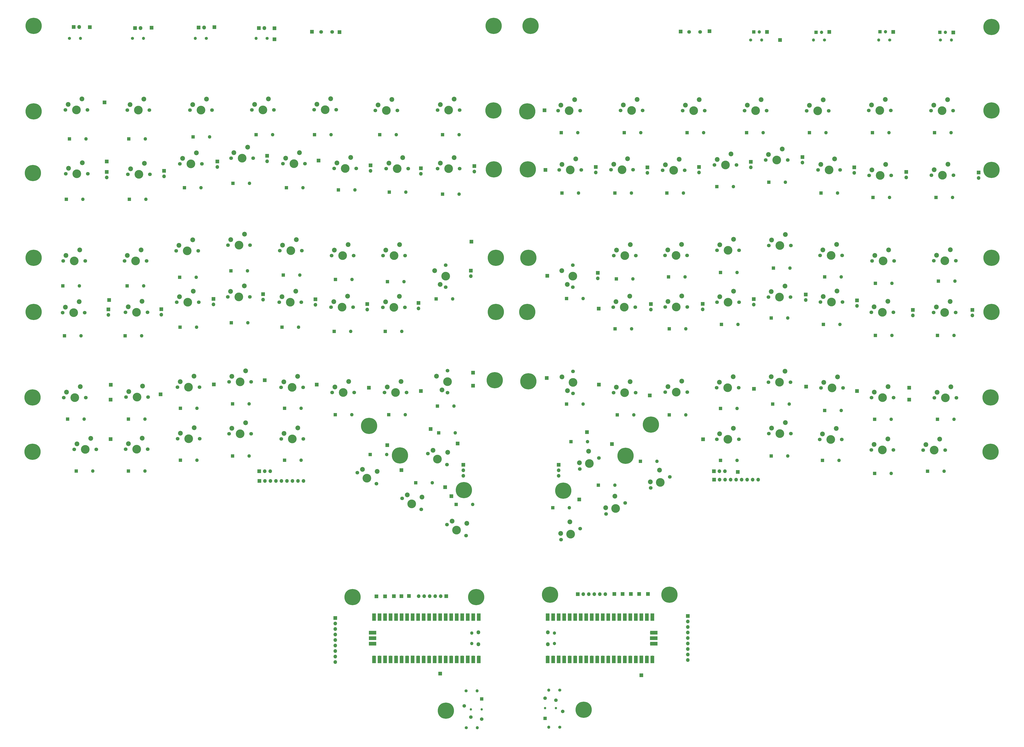
<source format=gbr>
%TF.GenerationSoftware,KiCad,Pcbnew,6.0.10-86aedd382b~118~ubuntu22.04.1*%
%TF.CreationDate,2023-01-02T10:19:25+01:00*%
%TF.ProjectId,Europe-flex,4575726f-7065-42d6-966c-65782e6b6963,rev?*%
%TF.SameCoordinates,Original*%
%TF.FileFunction,Soldermask,Bot*%
%TF.FilePolarity,Negative*%
%FSLAX46Y46*%
G04 Gerber Fmt 4.6, Leading zero omitted, Abs format (unit mm)*
G04 Created by KiCad (PCBNEW 6.0.10-86aedd382b~118~ubuntu22.04.1) date 2023-01-02 10:19:25*
%MOMM*%
%LPD*%
G01*
G04 APERTURE LIST*
%ADD10R,1.600000X1.600000*%
%ADD11O,1.600000X1.600000*%
%ADD12R,1.700000X1.700000*%
%ADD13O,1.700000X1.700000*%
%ADD14C,7.500000*%
%ADD15C,1.700000*%
%ADD16C,4.000000*%
%ADD17C,2.200000*%
%ADD18R,1.500000X1.500000*%
%ADD19O,1.500000X1.500000*%
%ADD20C,1.400000*%
%ADD21O,1.400000X1.400000*%
%ADD22R,1.800000X1.800000*%
%ADD23O,1.800000X1.800000*%
%ADD24C,1.100000*%
%ADD25R,1.650000X1.650000*%
%ADD26C,1.650000*%
%ADD27R,1.700000X3.500000*%
%ADD28R,3.500000X1.700000*%
G04 APERTURE END LIST*
D10*
%TO.C,D23*%
X432100000Y-222000000D03*
D11*
X439720000Y-222000000D03*
%TD*%
D12*
%TO.C,J83*%
X398210000Y-112590000D03*
D13*
X398210000Y-115130000D03*
%TD*%
D10*
%TO.C,D91*%
X135190000Y-252930000D03*
D11*
X142810000Y-252930000D03*
%TD*%
D12*
%TO.C,J137*%
X261000000Y-310660000D03*
%TD*%
D14*
%TO.C,H34*%
X303500000Y-47500000D03*
%TD*%
D12*
%TO.C,J112*%
X527000000Y-115190000D03*
D13*
X527000000Y-117730000D03*
%TD*%
D10*
%TO.C,D61*%
X267614000Y-258312000D03*
D11*
X275234000Y-258312000D03*
%TD*%
D14*
%TO.C,H15*%
X295500000Y-311080000D03*
%TD*%
D12*
%TO.C,J24*%
X405000000Y-253000000D03*
D13*
X407540000Y-253000000D03*
X410080000Y-253000000D03*
%TD*%
D12*
%TO.C,J39*%
X199080000Y-107460000D03*
D13*
X199080000Y-110000000D03*
%TD*%
D10*
%TO.C,D90*%
X165000000Y-98700000D03*
D11*
X172620000Y-98700000D03*
%TD*%
D14*
%TO.C,H24*%
X335580000Y-262000000D03*
%TD*%
D10*
%TO.C,D79*%
X183380000Y-120180000D03*
D11*
X191000000Y-120180000D03*
%TD*%
D15*
%TO.C,SW43*%
X340000000Y-168080000D03*
D16*
X340000000Y-163000000D03*
D15*
X340000000Y-157920000D03*
D17*
X334920000Y-160460000D03*
X337460000Y-166810000D03*
%TD*%
D16*
%TO.C,SW89*%
X139190000Y-218830000D03*
D15*
X144270000Y-218830000D03*
X134110000Y-218830000D03*
D17*
X141730000Y-213750000D03*
X135380000Y-216290000D03*
%TD*%
D16*
%TO.C,SW3*%
X511480000Y-155840000D03*
D15*
X506400000Y-155840000D03*
X516560000Y-155840000D03*
D17*
X514020000Y-150760000D03*
X507670000Y-153300000D03*
%TD*%
D12*
%TO.C,J141*%
X366736000Y-309672000D03*
%TD*%
D10*
%TO.C,D44*%
X351780000Y-259400000D03*
D11*
X359400000Y-259400000D03*
%TD*%
D10*
%TO.C,D47*%
X330780000Y-269880000D03*
D11*
X338400000Y-269880000D03*
%TD*%
D18*
%TO.C,D51*%
X509180000Y-50440000D03*
D19*
X511720000Y-50440000D03*
%TD*%
D15*
%TO.C,SW21*%
X440460000Y-148840000D03*
D16*
X435380000Y-148840000D03*
D15*
X430300000Y-148840000D03*
D17*
X437920000Y-143760000D03*
X431570000Y-146300000D03*
%TD*%
D14*
%TO.C,H9*%
X304500000Y-154500000D03*
%TD*%
D12*
%TO.C,J53*%
X245250000Y-175870000D03*
D13*
X245250000Y-178410000D03*
%TD*%
D12*
%TO.C,J4*%
X126975000Y-238145000D03*
%TD*%
D15*
%TO.C,SW28*%
X416460000Y-214440000D03*
D16*
X411380000Y-214440000D03*
D15*
X406300000Y-214440000D03*
D17*
X413920000Y-209360000D03*
X407570000Y-211900000D03*
%TD*%
D10*
%TO.C,D26*%
X408100000Y-161300000D03*
D11*
X415720000Y-161300000D03*
%TD*%
D10*
%TO.C,D95*%
X135190000Y-228930000D03*
D11*
X142810000Y-228930000D03*
%TD*%
D12*
%TO.C,J110*%
X495000000Y-214500000D03*
%TD*%
%TO.C,J45*%
X222850000Y-109650000D03*
%TD*%
D15*
%TO.C,SW80*%
X157910000Y-238030000D03*
X168070000Y-238030000D03*
D16*
X162990000Y-238030000D03*
D17*
X165530000Y-232950000D03*
X159180000Y-235490000D03*
%TD*%
D12*
%TO.C,J152*%
X389736000Y-50132000D03*
%TD*%
D10*
%TO.C,D43*%
X337100000Y-173300000D03*
D11*
X344720000Y-173300000D03*
%TD*%
D15*
%TO.C,SW5*%
X506300000Y-179740000D03*
X516460000Y-179740000D03*
D16*
X511380000Y-179740000D03*
D17*
X513920000Y-174660000D03*
X507570000Y-177200000D03*
%TD*%
D20*
%TO.C,R10*%
X137020000Y-53300000D03*
D21*
X142100000Y-53300000D03*
%TD*%
D16*
%TO.C,SW9*%
X482980000Y-155940000D03*
D15*
X488060000Y-155940000D03*
X477900000Y-155940000D03*
D17*
X485520000Y-150860000D03*
X479170000Y-153400000D03*
%TD*%
D15*
%TO.C,SW35*%
X384699405Y-255620009D03*
X375900586Y-260700009D03*
D16*
X380299995Y-258160009D03*
D17*
X379959700Y-252490600D03*
X375730439Y-257865305D03*
%TD*%
D16*
%TO.C,SW34*%
X387680000Y-216540000D03*
D15*
X382600000Y-216540000D03*
X392760000Y-216540000D03*
D17*
X390220000Y-211460000D03*
X383870000Y-214000000D03*
%TD*%
D12*
%TO.C,J102*%
X471000000Y-174144000D03*
D13*
X471000000Y-176684000D03*
%TD*%
D14*
%TO.C,H4*%
X91500000Y-154500000D03*
%TD*%
D12*
%TO.C,J32*%
X127065000Y-213095000D03*
%TD*%
D20*
%TO.C,R11*%
X290830000Y-354340000D03*
D21*
X295910000Y-354340000D03*
%TD*%
D16*
%TO.C,SW53*%
X281420000Y-162960000D03*
D15*
X281420000Y-157880000D03*
X281420000Y-168040000D03*
D17*
X276340000Y-160420000D03*
X278880000Y-166770000D03*
%TD*%
D12*
%TO.C,J76*%
X374370000Y-112810000D03*
D13*
X374370000Y-115350000D03*
%TD*%
D10*
%TO.C,D93*%
X134600000Y-167500000D03*
D11*
X142220000Y-167500000D03*
%TD*%
D15*
%TO.C,SW11*%
X477600000Y-179640000D03*
D16*
X482680000Y-179640000D03*
D15*
X487760000Y-179640000D03*
D17*
X485220000Y-174560000D03*
X478870000Y-177100000D03*
%TD*%
D12*
%TO.C,J148*%
X515366000Y-50546000D03*
%TD*%
D20*
%TO.C,R8*%
X171100000Y-53300000D03*
D21*
X166020000Y-53300000D03*
%TD*%
D10*
%TO.C,D88*%
X158790000Y-163500000D03*
D11*
X166410000Y-163500000D03*
%TD*%
D16*
%TO.C,SW7*%
X481480000Y-86540000D03*
D15*
X476400000Y-86540000D03*
X486560000Y-86540000D03*
D17*
X484020000Y-81460000D03*
X477670000Y-84000000D03*
%TD*%
D12*
%TO.C,J27*%
X327420000Y-113930000D03*
%TD*%
%TO.C,J120*%
X346500000Y-235000000D03*
%TD*%
D15*
%TO.C,SW58*%
X262680000Y-153500000D03*
X252520000Y-153500000D03*
D16*
X257600000Y-153500000D03*
D17*
X260140000Y-148420000D03*
X253790000Y-150960000D03*
%TD*%
D15*
%TO.C,SW76*%
X181120000Y-148700000D03*
D16*
X186200000Y-148700000D03*
D15*
X191280000Y-148700000D03*
D17*
X188740000Y-143620000D03*
X182390000Y-146160000D03*
%TD*%
D10*
%TO.C,D35*%
X384480000Y-227000000D03*
D11*
X392100000Y-227000000D03*
%TD*%
D12*
%TO.C,J78*%
X376010000Y-175840000D03*
D13*
X376010000Y-178380000D03*
%TD*%
D10*
%TO.C,D83*%
X183190000Y-245930000D03*
D11*
X190810000Y-245930000D03*
%TD*%
D14*
%TO.C,H23*%
X376000000Y-231500000D03*
%TD*%
D12*
%TO.C,J47*%
X221410000Y-173680000D03*
D13*
X221410000Y-176220000D03*
%TD*%
D10*
%TO.C,D66*%
X280000000Y-97700000D03*
D11*
X287620000Y-97700000D03*
%TD*%
D14*
%TO.C,H27*%
X533000000Y-86500000D03*
%TD*%
D16*
%TO.C,SW20*%
X433980000Y-109400000D03*
D15*
X428900000Y-109400000D03*
X439060000Y-109400000D03*
D17*
X436520000Y-104320000D03*
X430170000Y-106860000D03*
%TD*%
D14*
%TO.C,H19*%
X289800000Y-261700000D03*
%TD*%
D10*
%TO.C,D81*%
X182600000Y-184500000D03*
D11*
X190220000Y-184500000D03*
%TD*%
D15*
%TO.C,SW29*%
X416660000Y-175040000D03*
D16*
X411580000Y-175040000D03*
D15*
X406500000Y-175040000D03*
D17*
X414120000Y-169960000D03*
X407770000Y-172500000D03*
%TD*%
D16*
%TO.C,SW17*%
X459180000Y-174940000D03*
D15*
X464260000Y-174940000D03*
X454100000Y-174940000D03*
D17*
X461720000Y-169860000D03*
X455370000Y-172400000D03*
%TD*%
D10*
%TO.C,D86*%
X159190000Y-247930000D03*
D11*
X166810000Y-247930000D03*
%TD*%
D12*
%TO.C,J6*%
X195578000Y-257463000D03*
D13*
X198118000Y-257463000D03*
X200658000Y-257463000D03*
X203198000Y-257463000D03*
X205738000Y-257463000D03*
X208278000Y-257463000D03*
X210818000Y-257463000D03*
X213358000Y-257463000D03*
X215898000Y-257463000D03*
%TD*%
D15*
%TO.C,SW74*%
X191770000Y-235730000D03*
X181610000Y-235730000D03*
D16*
X186690000Y-235730000D03*
D17*
X189230000Y-230650000D03*
X182880000Y-233190000D03*
%TD*%
D15*
%TO.C,SW66*%
X259180000Y-86500000D03*
D16*
X254100000Y-86500000D03*
D15*
X249020000Y-86500000D03*
D17*
X256640000Y-81420000D03*
X250290000Y-83960000D03*
%TD*%
D12*
%TO.C,J63*%
X293000000Y-160420000D03*
D13*
X293000000Y-162960000D03*
%TD*%
D10*
%TO.C,D40*%
X360100000Y-164300000D03*
D11*
X367720000Y-164300000D03*
%TD*%
D15*
%TO.C,SW85*%
X133820000Y-179700000D03*
D16*
X138900000Y-179700000D03*
D15*
X143980000Y-179700000D03*
D17*
X141440000Y-174620000D03*
X135090000Y-177160000D03*
%TD*%
D14*
%TO.C,H16*%
X304500000Y-179500000D03*
%TD*%
D10*
%TO.C,D62*%
X254600000Y-165500000D03*
D11*
X262220000Y-165500000D03*
%TD*%
D12*
%TO.C,J70*%
X352000000Y-213000000D03*
%TD*%
D16*
%TO.C,SW15*%
X459080000Y-153440000D03*
D15*
X454000000Y-153440000D03*
X464160000Y-153440000D03*
D17*
X461620000Y-148360000D03*
X455270000Y-150900000D03*
%TD*%
D10*
%TO.C,D92*%
X135600000Y-127500000D03*
D11*
X143220000Y-127500000D03*
%TD*%
D10*
%TO.C,D82*%
X183190000Y-221930000D03*
D11*
X190810000Y-221930000D03*
%TD*%
D12*
%TO.C,J133*%
X202538000Y-53688000D03*
%TD*%
%TO.C,J142*%
X458216000Y-50292000D03*
%TD*%
D20*
%TO.C,R1*%
X421920000Y-54000000D03*
D21*
X427000000Y-54000000D03*
%TD*%
D15*
%TO.C,SW6*%
X511660000Y-243240000D03*
D16*
X506580000Y-243240000D03*
D15*
X501500000Y-243240000D03*
D17*
X509120000Y-238160000D03*
X502770000Y-240700000D03*
%TD*%
D10*
%TO.C,D56*%
X286234000Y-268312000D03*
D11*
X293854000Y-268312000D03*
%TD*%
D12*
%TO.C,J98*%
X471000000Y-216000000D03*
%TD*%
D10*
%TO.C,D73*%
X208000000Y-122180000D03*
D11*
X215620000Y-122180000D03*
%TD*%
D16*
%TO.C,SW27*%
X411580000Y-151040000D03*
D15*
X406500000Y-151040000D03*
X416660000Y-151040000D03*
D17*
X414120000Y-145960000D03*
X407770000Y-148500000D03*
%TD*%
D10*
%TO.C,D42*%
X335000000Y-124660000D03*
D11*
X342620000Y-124660000D03*
%TD*%
D15*
%TO.C,SW88*%
X143580000Y-156000000D03*
D16*
X138500000Y-156000000D03*
D15*
X133420000Y-156000000D03*
D17*
X141040000Y-150920000D03*
X134690000Y-153460000D03*
%TD*%
D16*
%TO.C,SW62*%
X235100000Y-113280000D03*
D15*
X240180000Y-113280000D03*
X230020000Y-113280000D03*
D17*
X237640000Y-108200000D03*
X231290000Y-110740000D03*
%TD*%
D14*
%TO.C,H18*%
X91000000Y-244000000D03*
%TD*%
D12*
%TO.C,J119*%
X286913700Y-240222600D03*
%TD*%
D15*
%TO.C,SW87*%
X134920000Y-115980000D03*
X145080000Y-115980000D03*
D16*
X140000000Y-115980000D03*
D17*
X142540000Y-110900000D03*
X136190000Y-113440000D03*
%TD*%
D12*
%TO.C,J14*%
X289500000Y-250000000D03*
D13*
X289500000Y-252540000D03*
X289500000Y-255080000D03*
%TD*%
D12*
%TO.C,J108*%
X496710000Y-178550000D03*
D13*
X496710000Y-181090000D03*
%TD*%
D14*
%TO.C,H25*%
X533000000Y-154500000D03*
%TD*%
D12*
%TO.C,J139*%
X370546000Y-309672000D03*
%TD*%
D14*
%TO.C,H10*%
X260300000Y-245700000D03*
%TD*%
D12*
%TO.C,J146*%
X487680000Y-50292000D03*
%TD*%
%TO.C,J35*%
X293260000Y-147110000D03*
%TD*%
D10*
%TO.C,D98*%
X105690000Y-190500000D03*
D11*
X113310000Y-190500000D03*
%TD*%
D14*
%TO.C,H17*%
X246100000Y-232100000D03*
%TD*%
D15*
%TO.C,SW4*%
X506600000Y-219140000D03*
X516760000Y-219140000D03*
D16*
X511680000Y-219140000D03*
D17*
X514220000Y-214060000D03*
X507870000Y-216600000D03*
%TD*%
D16*
%TO.C,SW93*%
X111400000Y-115780000D03*
D15*
X106320000Y-115780000D03*
X116480000Y-115780000D03*
D17*
X113940000Y-110700000D03*
X107590000Y-113240000D03*
%TD*%
D10*
%TO.C,D10*%
X479480000Y-190300000D03*
D11*
X487100000Y-190300000D03*
%TD*%
D16*
%TO.C,SW90*%
X139800000Y-86400000D03*
D15*
X134720000Y-86400000D03*
X144880000Y-86400000D03*
D17*
X142340000Y-81320000D03*
X135990000Y-83860000D03*
%TD*%
D10*
%TO.C,D70*%
X229980000Y-188500000D03*
D11*
X237600000Y-188500000D03*
%TD*%
D10*
%TO.C,D39*%
X360480000Y-227000000D03*
D11*
X368100000Y-227000000D03*
%TD*%
D15*
%TO.C,SW39*%
X358900000Y-153540000D03*
X369060000Y-153540000D03*
D16*
X363980000Y-153540000D03*
D17*
X366520000Y-148460000D03*
X360170000Y-151000000D03*
%TD*%
D10*
%TO.C,D69*%
X230600000Y-164500000D03*
D11*
X238220000Y-164500000D03*
%TD*%
D10*
%TO.C,D100*%
X106600000Y-127500000D03*
D11*
X114220000Y-127500000D03*
%TD*%
D14*
%TO.C,H37*%
X319500000Y-154500000D03*
%TD*%
D12*
%TO.C,J30*%
X328000000Y-210000000D03*
%TD*%
%TO.C,J85*%
X399850000Y-175740000D03*
D13*
X399850000Y-178280000D03*
%TD*%
D10*
%TO.C,D99*%
X107190000Y-228930000D03*
D11*
X114810000Y-228930000D03*
%TD*%
D14*
%TO.C,H1*%
X91500000Y-87000000D03*
%TD*%
D12*
%TO.C,J92*%
X447500000Y-214000000D03*
%TD*%
%TO.C,J43*%
X174600000Y-212920000D03*
%TD*%
D20*
%TO.C,R4*%
X486080000Y-54000000D03*
D21*
X481000000Y-54000000D03*
%TD*%
D12*
%TO.C,J37*%
X333500000Y-250000000D03*
D13*
X333500000Y-252540000D03*
X333500000Y-255080000D03*
%TD*%
D12*
%TO.C,J130*%
X117448000Y-48100000D03*
%TD*%
D10*
%TO.C,D80*%
X182410000Y-160500000D03*
D11*
X190030000Y-160500000D03*
%TD*%
D15*
%TO.C,SW31*%
X362000000Y-86540000D03*
X372160000Y-86540000D03*
D16*
X367080000Y-86540000D03*
D17*
X369620000Y-81460000D03*
X363270000Y-84000000D03*
%TD*%
D10*
%TO.C,D2*%
X507380000Y-126660000D03*
D11*
X515000000Y-126660000D03*
%TD*%
D15*
%TO.C,SW81*%
X169080000Y-111180000D03*
X158920000Y-111180000D03*
D16*
X164000000Y-111180000D03*
D17*
X166540000Y-106100000D03*
X160190000Y-108640000D03*
%TD*%
D12*
%TO.C,J147*%
X359116000Y-309672000D03*
%TD*%
D14*
%TO.C,H12*%
X303400000Y-86500000D03*
%TD*%
%TO.C,H5*%
X329500000Y-310000000D03*
%TD*%
D12*
%TO.C,J114*%
X524180000Y-178600000D03*
D13*
X524180000Y-181140000D03*
%TD*%
D10*
%TO.C,D41*%
X359480000Y-187300000D03*
D11*
X367100000Y-187300000D03*
%TD*%
D12*
%TO.C,J22*%
X195500000Y-253000000D03*
D13*
X198040000Y-253000000D03*
X200580000Y-253000000D03*
%TD*%
D10*
%TO.C,D34*%
X384480000Y-187300000D03*
D11*
X392100000Y-187300000D03*
%TD*%
D10*
%TO.C,D24*%
X431480000Y-246000000D03*
D11*
X439100000Y-246000000D03*
%TD*%
D16*
%TO.C,SW54*%
X282230000Y-211650000D03*
D15*
X282230000Y-206570000D03*
X282230000Y-216730000D03*
D17*
X277150000Y-209110000D03*
X279690000Y-215460000D03*
%TD*%
D12*
%TO.C,J20*%
X284000000Y-264500000D03*
%TD*%
D10*
%TO.C,D58*%
X277570000Y-222930000D03*
D11*
X285190000Y-222930000D03*
%TD*%
D10*
%TO.C,D16*%
X456100000Y-225000000D03*
D11*
X463720000Y-225000000D03*
%TD*%
D14*
%TO.C,H32*%
X533000000Y-114000000D03*
%TD*%
%TO.C,H30*%
X364280000Y-245900000D03*
%TD*%
D15*
%TO.C,SW19*%
X429300000Y-86660000D03*
X419140000Y-86660000D03*
D16*
X424220000Y-86660000D03*
D17*
X426760000Y-81580000D03*
X420410000Y-84120000D03*
%TD*%
D10*
%TO.C,D27*%
X406380000Y-121660000D03*
D11*
X414000000Y-121660000D03*
%TD*%
D20*
%TO.C,R12*%
X108020000Y-53300000D03*
D21*
X113100000Y-53300000D03*
%TD*%
D12*
%TO.C,J134*%
X278866000Y-346372000D03*
%TD*%
%TO.C,J31*%
X400000000Y-238240000D03*
%TD*%
D15*
%TO.C,SW47*%
X334600586Y-284540009D03*
D16*
X338999995Y-282000009D03*
D15*
X343399405Y-279460009D03*
D17*
X338659700Y-276330600D03*
X334430439Y-281705305D03*
%TD*%
D12*
%TO.C,J3*%
X281630000Y-310660000D03*
D13*
X279090000Y-310660000D03*
X276550000Y-310660000D03*
X274010000Y-310660000D03*
X271470000Y-310660000D03*
X268930000Y-310660000D03*
%TD*%
D12*
%TO.C,J25*%
X174370000Y-173450000D03*
D13*
X174370000Y-175990000D03*
%TD*%
D18*
%TO.C,D49*%
X452064700Y-50440000D03*
D19*
X454604700Y-50440000D03*
%TD*%
D12*
%TO.C,J144*%
X371562000Y-347106000D03*
%TD*%
D16*
%TO.C,SW18*%
X458880000Y-238340000D03*
D15*
X453800000Y-238340000D03*
X463960000Y-238340000D03*
D17*
X461420000Y-233260000D03*
X455070000Y-235800000D03*
%TD*%
D10*
%TO.C,D14*%
X454380000Y-124660000D03*
D11*
X462000000Y-124660000D03*
%TD*%
D12*
%TO.C,J65*%
X246000000Y-214500000D03*
%TD*%
%TO.C,J19*%
X150310000Y-178270000D03*
D13*
X150310000Y-180810000D03*
%TD*%
D15*
%TO.C,SW96*%
X116280000Y-86300000D03*
D16*
X111200000Y-86300000D03*
D15*
X106120000Y-86300000D03*
D17*
X113740000Y-81220000D03*
X107390000Y-83760000D03*
%TD*%
D16*
%TO.C,SW67*%
X209800000Y-175000000D03*
D15*
X204720000Y-175000000D03*
X214880000Y-175000000D03*
D17*
X212340000Y-169920000D03*
X205990000Y-172460000D03*
%TD*%
D15*
%TO.C,SW41*%
X358600000Y-177340000D03*
D16*
X363680000Y-177340000D03*
D15*
X368760000Y-177340000D03*
D17*
X366220000Y-172260000D03*
X359870000Y-174800000D03*
%TD*%
D14*
%TO.C,H21*%
X319000000Y-87000000D03*
%TD*%
%TO.C,H28*%
X533000000Y-179500000D03*
%TD*%
D10*
%TO.C,D4*%
X508100000Y-190300000D03*
D11*
X515720000Y-190300000D03*
%TD*%
D15*
%TO.C,SW46*%
X343200586Y-251969409D03*
X351999405Y-246889409D03*
D16*
X347599995Y-249429409D03*
D17*
X347259700Y-243760000D03*
X343030439Y-249134705D03*
%TD*%
D12*
%TO.C,J151*%
X374610000Y-309672000D03*
%TD*%
%TO.C,J143*%
X435500000Y-54000000D03*
%TD*%
D16*
%TO.C,SW16*%
X459480000Y-214540000D03*
D15*
X464560000Y-214540000D03*
X454400000Y-214540000D03*
D17*
X462020000Y-209460000D03*
X455670000Y-212000000D03*
%TD*%
D14*
%TO.C,H36*%
X533000000Y-48000000D03*
%TD*%
D10*
%TO.C,D63*%
X253600000Y-188500000D03*
D11*
X261220000Y-188500000D03*
%TD*%
D10*
%TO.C,D33*%
X384100000Y-163300000D03*
D11*
X391720000Y-163300000D03*
%TD*%
D12*
%TO.C,J145*%
X362926000Y-309672000D03*
%TD*%
D15*
%TO.C,SW22*%
X430160000Y-211960000D03*
X440320000Y-211960000D03*
D16*
X435240000Y-211960000D03*
D17*
X437780000Y-206880000D03*
X431430000Y-209420000D03*
%TD*%
D12*
%TO.C,J10*%
X342320000Y-309720000D03*
D13*
X344860000Y-309720000D03*
X347400000Y-309720000D03*
X349940000Y-309720000D03*
X352480000Y-309720000D03*
X355020000Y-309720000D03*
%TD*%
D16*
%TO.C,SW26*%
X410380000Y-111700000D03*
D15*
X405300000Y-111700000D03*
X415460000Y-111700000D03*
D17*
X412920000Y-106620000D03*
X406570000Y-109160000D03*
%TD*%
D10*
%TO.C,D25*%
X392700000Y-96800000D03*
D11*
X400320000Y-96800000D03*
%TD*%
D22*
%TO.C,D54*%
X138200000Y-48500000D03*
D23*
X140740000Y-48500000D03*
%TD*%
D15*
%TO.C,SW12*%
X477600000Y-243140000D03*
D16*
X482680000Y-243140000D03*
D15*
X487760000Y-243140000D03*
D17*
X485220000Y-238060000D03*
X478870000Y-240600000D03*
%TD*%
D12*
%TO.C,J128*%
X416010000Y-253350000D03*
%TD*%
D15*
%TO.C,SW84*%
X163520000Y-86400000D03*
X173680000Y-86400000D03*
D16*
X168600000Y-86400000D03*
D17*
X171140000Y-81320000D03*
X164790000Y-83860000D03*
%TD*%
D12*
%TO.C,J131*%
X253500000Y-310740000D03*
%TD*%
D10*
%TO.C,D5*%
X508100000Y-229000000D03*
D11*
X515720000Y-229000000D03*
%TD*%
D10*
%TO.C,D78*%
X221000000Y-97700000D03*
D11*
X228620000Y-97700000D03*
%TD*%
D10*
%TO.C,D96*%
X135380000Y-99700000D03*
D11*
X143000000Y-99700000D03*
%TD*%
D15*
%TO.C,SW60*%
X277720000Y-86400000D03*
D16*
X282800000Y-86400000D03*
D15*
X287880000Y-86400000D03*
D17*
X285340000Y-81320000D03*
X278990000Y-83860000D03*
%TD*%
D12*
%TO.C,J60*%
X268856000Y-175360000D03*
D13*
X268856000Y-177900000D03*
%TD*%
D14*
%TO.C,H38*%
X319500000Y-211500000D03*
%TD*%
D15*
%TO.C,SW56*%
X262580000Y-177400000D03*
D16*
X257500000Y-177400000D03*
D15*
X252420000Y-177400000D03*
D17*
X260040000Y-172320000D03*
X253690000Y-174860000D03*
%TD*%
D20*
%TO.C,R6*%
X509460000Y-54000000D03*
D21*
X514540000Y-54000000D03*
%TD*%
D10*
%TO.C,D65*%
X255190000Y-226930000D03*
D11*
X262810000Y-226930000D03*
%TD*%
D12*
%TO.C,J8*%
X393000000Y-319800000D03*
D13*
X393000000Y-322340000D03*
X393000000Y-324880000D03*
X393000000Y-327420000D03*
X393000000Y-329960000D03*
X393000000Y-332500000D03*
X393000000Y-335040000D03*
X393000000Y-337580000D03*
X393000000Y-340120000D03*
%TD*%
D12*
%TO.C,J86*%
X423500000Y-215000000D03*
%TD*%
%TO.C,J150*%
X232510000Y-50386000D03*
%TD*%
D10*
%TO.C,D77*%
X206600000Y-162500000D03*
D11*
X214220000Y-162500000D03*
%TD*%
D12*
%TO.C,J117*%
X281130000Y-260386000D03*
%TD*%
D15*
%TO.C,SW36*%
X382600000Y-177240000D03*
D16*
X387680000Y-177240000D03*
D15*
X392760000Y-177240000D03*
D17*
X390220000Y-172160000D03*
X383870000Y-174700000D03*
%TD*%
D20*
%TO.C,R3*%
X334000000Y-371080000D03*
D21*
X328920000Y-371080000D03*
%TD*%
D12*
%TO.C,J41*%
X197250000Y-171310000D03*
D13*
X197250000Y-173850000D03*
%TD*%
D14*
%TO.C,H13*%
X281500000Y-363500000D03*
%TD*%
D12*
%TO.C,J149*%
X264500000Y-310558000D03*
%TD*%
D10*
%TO.C,D3*%
X508480000Y-165300000D03*
D11*
X516100000Y-165300000D03*
%TD*%
D14*
%TO.C,H8*%
X91000000Y-219000000D03*
%TD*%
D10*
%TO.C,D72*%
X251000000Y-97700000D03*
D11*
X258620000Y-97700000D03*
%TD*%
D10*
%TO.C,D18*%
X455100000Y-248000000D03*
D11*
X462720000Y-248000000D03*
%TD*%
D10*
%TO.C,D28*%
X408480000Y-185300000D03*
D11*
X416100000Y-185300000D03*
%TD*%
D12*
%TO.C,J118*%
X294000000Y-207554000D03*
%TD*%
D10*
%TO.C,D71*%
X230570000Y-226930000D03*
D11*
X238190000Y-226930000D03*
%TD*%
D12*
%TO.C,J74*%
X375500000Y-218000000D03*
%TD*%
D14*
%TO.C,H22*%
X319000000Y-179500000D03*
%TD*%
D12*
%TO.C,J29*%
X351920000Y-177950000D03*
%TD*%
D14*
%TO.C,H2*%
X91500000Y-179500000D03*
%TD*%
D15*
%TO.C,SW1*%
X515260000Y-86640000D03*
D16*
X510180000Y-86640000D03*
D15*
X505100000Y-86640000D03*
D17*
X512720000Y-81560000D03*
X506370000Y-84100000D03*
%TD*%
D10*
%TO.C,D8*%
X478380000Y-126660000D03*
D11*
X486000000Y-126660000D03*
%TD*%
D16*
%TO.C,SW73*%
X186100000Y-172600000D03*
D15*
X191180000Y-172600000D03*
X181020000Y-172600000D03*
D17*
X188640000Y-167520000D03*
X182290000Y-170060000D03*
%TD*%
D10*
%TO.C,D1*%
X506700000Y-96800000D03*
D11*
X514320000Y-96800000D03*
%TD*%
D10*
%TO.C,D22*%
X431480000Y-182300000D03*
D11*
X439100000Y-182300000D03*
%TD*%
D14*
%TO.C,H31*%
X532500000Y-219000000D03*
%TD*%
D10*
%TO.C,D46*%
X339160000Y-239400000D03*
D11*
X346780000Y-239400000D03*
%TD*%
D18*
%TO.C,D48*%
X423364700Y-50340000D03*
D19*
X425904700Y-50340000D03*
%TD*%
D15*
%TO.C,SW51*%
X281973405Y-249972009D03*
D16*
X277573995Y-247432009D03*
D15*
X273174586Y-244892009D03*
D17*
X282313700Y-244302600D03*
X275544439Y-243327305D03*
%TD*%
D12*
%TO.C,J21*%
X150000000Y-217500000D03*
%TD*%
D16*
%TO.C,SW71*%
X210590000Y-214330000D03*
D15*
X205510000Y-214330000D03*
X215670000Y-214330000D03*
D17*
X213130000Y-209250000D03*
X206780000Y-211790000D03*
%TD*%
D15*
%TO.C,SW91*%
X115080000Y-179800000D03*
X104920000Y-179800000D03*
D16*
X110000000Y-179800000D03*
D17*
X112540000Y-174720000D03*
X106190000Y-177260000D03*
%TD*%
D16*
%TO.C,SW69*%
X211500000Y-111080000D03*
D15*
X206420000Y-111080000D03*
X216580000Y-111080000D03*
D17*
X214040000Y-106000000D03*
X207690000Y-108540000D03*
%TD*%
D15*
%TO.C,SW86*%
X133910000Y-242830000D03*
D16*
X138990000Y-242830000D03*
D15*
X144070000Y-242830000D03*
D17*
X141530000Y-237750000D03*
X135180000Y-240290000D03*
%TD*%
D14*
%TO.C,H7*%
X384500000Y-310000000D03*
%TD*%
D12*
%TO.C,J116*%
X274500000Y-233500000D03*
%TD*%
%TO.C,J58*%
X270020000Y-113220000D03*
D13*
X270020000Y-115760000D03*
%TD*%
D10*
%TO.C,D11*%
X479100000Y-229000000D03*
D11*
X486720000Y-229000000D03*
%TD*%
D10*
%TO.C,D89*%
X159190000Y-223930000D03*
D11*
X166810000Y-223930000D03*
%TD*%
D15*
%TO.C,SW32*%
X381400000Y-114100000D03*
D16*
X386480000Y-114100000D03*
D15*
X391560000Y-114100000D03*
D17*
X389020000Y-109020000D03*
X382670000Y-111560000D03*
%TD*%
D22*
%TO.C,D55*%
X110000000Y-48000000D03*
D23*
X112540000Y-48000000D03*
%TD*%
D20*
%TO.C,R2*%
X456000000Y-54000000D03*
D21*
X450920000Y-54000000D03*
%TD*%
D10*
%TO.C,D67*%
X246614000Y-245312000D03*
D11*
X254234000Y-245312000D03*
%TD*%
D20*
%TO.C,R7*%
X199100000Y-53300000D03*
D21*
X194020000Y-53300000D03*
%TD*%
D14*
%TO.C,H29*%
X532500000Y-244000000D03*
%TD*%
D10*
%TO.C,D21*%
X432480000Y-159300000D03*
D11*
X440100000Y-159300000D03*
%TD*%
D12*
%TO.C,J122*%
X219800000Y-50200000D03*
%TD*%
D20*
%TO.C,R9*%
X290910000Y-371340000D03*
D21*
X295990000Y-371340000D03*
%TD*%
D16*
%TO.C,SW2*%
X510380000Y-116400000D03*
D15*
X505300000Y-116400000D03*
X515460000Y-116400000D03*
D17*
X512920000Y-111320000D03*
X506570000Y-113860000D03*
%TD*%
D14*
%TO.C,H11*%
X91200000Y-115400000D03*
%TD*%
D12*
%TO.C,J72*%
X351550000Y-161480000D03*
D13*
X351550000Y-164020000D03*
%TD*%
D12*
%TO.C,J96*%
X447340000Y-171420000D03*
D13*
X447340000Y-173960000D03*
%TD*%
D15*
%TO.C,SW10*%
X477700000Y-219040000D03*
X487860000Y-219040000D03*
D16*
X482780000Y-219040000D03*
D17*
X485320000Y-213960000D03*
X478970000Y-216500000D03*
%TD*%
D10*
%TO.C,D97*%
X111190000Y-252930000D03*
D11*
X118810000Y-252930000D03*
%TD*%
D12*
%TO.C,J17*%
X151610000Y-114420000D03*
D13*
X151610000Y-116960000D03*
%TD*%
D15*
%TO.C,SW77*%
X181610000Y-211730000D03*
D16*
X186690000Y-211730000D03*
D15*
X191770000Y-211730000D03*
D17*
X189230000Y-206650000D03*
X182880000Y-209190000D03*
%TD*%
D15*
%TO.C,SW95*%
X115570000Y-219030000D03*
X105410000Y-219030000D03*
D16*
X110490000Y-219030000D03*
D17*
X113030000Y-213950000D03*
X106680000Y-216490000D03*
%TD*%
D12*
%TO.C,J106*%
X493670000Y-114900000D03*
D13*
X493670000Y-117440000D03*
%TD*%
D20*
%TO.C,R5*%
X333960000Y-354000000D03*
D21*
X328880000Y-354000000D03*
%TD*%
D12*
%TO.C,J36*%
X125240000Y-110060000D03*
%TD*%
D15*
%TO.C,SW45*%
X364099405Y-267620009D03*
D16*
X359699995Y-270160009D03*
D15*
X355300586Y-272700009D03*
D17*
X359359700Y-264490600D03*
X355130439Y-269865305D03*
%TD*%
D15*
%TO.C,SW30*%
X406400000Y-238240000D03*
X416560000Y-238240000D03*
D16*
X411480000Y-238240000D03*
D17*
X414020000Y-233160000D03*
X407670000Y-235700000D03*
%TD*%
D15*
%TO.C,SW55*%
X270173405Y-270572009D03*
X261374586Y-265492009D03*
D16*
X265773995Y-268032009D03*
D17*
X270513700Y-264902600D03*
X263744439Y-263927305D03*
%TD*%
D10*
%TO.C,D75*%
X207190000Y-223930000D03*
D11*
X214810000Y-223930000D03*
%TD*%
D12*
%TO.C,J49*%
X198000000Y-211000000D03*
%TD*%
%TO.C,J55*%
X222000000Y-213000000D03*
%TD*%
D16*
%TO.C,SW78*%
X197200000Y-86300000D03*
D15*
X202280000Y-86300000D03*
X192120000Y-86300000D03*
D17*
X199740000Y-81220000D03*
X193390000Y-83760000D03*
%TD*%
D12*
%TO.C,J7*%
X405110000Y-256920000D03*
D13*
X407650000Y-256920000D03*
X410190000Y-256920000D03*
X412730000Y-256920000D03*
X415270000Y-256920000D03*
X417810000Y-256920000D03*
X420350000Y-256920000D03*
X422890000Y-256920000D03*
X425430000Y-256920000D03*
%TD*%
D15*
%TO.C,SW70*%
X204920000Y-151200000D03*
D16*
X210000000Y-151200000D03*
D15*
X215080000Y-151200000D03*
D17*
X212540000Y-146120000D03*
X206190000Y-148660000D03*
%TD*%
D12*
%TO.C,J104*%
X495000000Y-220000000D03*
%TD*%
D15*
%TO.C,SW94*%
X115280000Y-156000000D03*
X105120000Y-156000000D03*
D16*
X110200000Y-156000000D03*
D17*
X112740000Y-150920000D03*
X106390000Y-153460000D03*
%TD*%
D15*
%TO.C,SW79*%
X167580000Y-175000000D03*
D16*
X162500000Y-175000000D03*
D15*
X157420000Y-175000000D03*
D17*
X165040000Y-169920000D03*
X158690000Y-172460000D03*
%TD*%
D15*
%TO.C,SW72*%
X230980000Y-86200000D03*
X220820000Y-86200000D03*
D16*
X225900000Y-86200000D03*
D17*
X228440000Y-81120000D03*
X222090000Y-83660000D03*
%TD*%
D12*
%TO.C,J18*%
X261000000Y-252500000D03*
%TD*%
D10*
%TO.C,D19*%
X420080000Y-96800000D03*
D11*
X427700000Y-96800000D03*
%TD*%
D12*
%TO.C,J138*%
X202538000Y-48608000D03*
%TD*%
D10*
%TO.C,D74*%
X205980000Y-186500000D03*
D11*
X213600000Y-186500000D03*
%TD*%
D15*
%TO.C,SW13*%
X447800000Y-86740000D03*
D16*
X452880000Y-86740000D03*
D15*
X457960000Y-86740000D03*
D17*
X455420000Y-81660000D03*
X449070000Y-84200000D03*
%TD*%
D12*
%TO.C,J12*%
X270000000Y-216000000D03*
%TD*%
D10*
%TO.C,D36*%
X371160000Y-248400000D03*
D11*
X378780000Y-248400000D03*
%TD*%
D10*
%TO.C,D59*%
X276980000Y-173500000D03*
D11*
X284600000Y-173500000D03*
%TD*%
D12*
%TO.C,J140*%
X429514000Y-50292000D03*
%TD*%
%TO.C,J62*%
X294600000Y-112180000D03*
D13*
X294600000Y-114720000D03*
%TD*%
D14*
%TO.C,H14*%
X238500000Y-311080000D03*
%TD*%
D15*
%TO.C,SW8*%
X476600000Y-116500000D03*
D16*
X481680000Y-116500000D03*
D15*
X486760000Y-116500000D03*
D17*
X484220000Y-111420000D03*
X477870000Y-113960000D03*
%TD*%
D10*
%TO.C,D32*%
X383380000Y-124660000D03*
D11*
X391000000Y-124660000D03*
%TD*%
D14*
%TO.C,H6*%
X345000000Y-363080000D03*
%TD*%
D12*
%TO.C,J153*%
X403000000Y-50000000D03*
%TD*%
D10*
%TO.C,D9*%
X479480000Y-166300000D03*
D11*
X487100000Y-166300000D03*
%TD*%
D15*
%TO.C,SW33*%
X382500000Y-153440000D03*
X392660000Y-153440000D03*
D16*
X387580000Y-153440000D03*
D17*
X390120000Y-148360000D03*
X383770000Y-150900000D03*
%TD*%
D12*
%TO.C,J16*%
X294000000Y-213500000D03*
%TD*%
%TO.C,J5*%
X230500000Y-320760000D03*
D13*
X230500000Y-323300000D03*
X230500000Y-325840000D03*
X230500000Y-328380000D03*
X230500000Y-330920000D03*
X230500000Y-333460000D03*
X230500000Y-336000000D03*
X230500000Y-338540000D03*
X230500000Y-341080000D03*
%TD*%
D10*
%TO.C,D101*%
X104980000Y-167500000D03*
D11*
X112600000Y-167500000D03*
%TD*%
D10*
%TO.C,D76*%
X207190000Y-247930000D03*
D11*
X214810000Y-247930000D03*
%TD*%
D12*
%TO.C,J33*%
X124180000Y-82780000D03*
%TD*%
%TO.C,J9*%
X254500000Y-241000000D03*
%TD*%
D10*
%TO.C,D84*%
X194000000Y-97700000D03*
D11*
X201620000Y-97700000D03*
%TD*%
D15*
%TO.C,SW68*%
X205610000Y-238130000D03*
X215770000Y-238130000D03*
D16*
X210690000Y-238130000D03*
D17*
X213230000Y-233050000D03*
X206880000Y-235590000D03*
%TD*%
D12*
%TO.C,J88*%
X422040000Y-110250000D03*
D13*
X422040000Y-112790000D03*
%TD*%
D12*
%TO.C,J51*%
X246800000Y-111860000D03*
D13*
X246800000Y-114400000D03*
%TD*%
D14*
%TO.C,H33*%
X91500000Y-47500000D03*
%TD*%
D10*
%TO.C,D37*%
X334700000Y-96800000D03*
D11*
X342320000Y-96800000D03*
%TD*%
D10*
%TO.C,D38*%
X359380000Y-124660000D03*
D11*
X367000000Y-124660000D03*
%TD*%
D14*
%TO.C,H3*%
X304000000Y-211000000D03*
%TD*%
D22*
%TO.C,D52*%
X195300000Y-48500000D03*
D23*
X197840000Y-48500000D03*
%TD*%
D12*
%TO.C,J23*%
X176170000Y-110080000D03*
D13*
X176170000Y-112620000D03*
%TD*%
D15*
%TO.C,SW37*%
X343360000Y-86640000D03*
X333200000Y-86640000D03*
D16*
X338280000Y-86640000D03*
D17*
X340820000Y-81560000D03*
X334470000Y-84100000D03*
%TD*%
D12*
%TO.C,J13*%
X126000000Y-178310000D03*
D13*
X126000000Y-180850000D03*
%TD*%
D10*
%TO.C,D60*%
X280000000Y-125180000D03*
D11*
X287620000Y-125180000D03*
%TD*%
D10*
%TO.C,D31*%
X363700000Y-96800000D03*
D11*
X371320000Y-96800000D03*
%TD*%
D12*
%TO.C,J68*%
X343000000Y-266000000D03*
%TD*%
D16*
%TO.C,SW25*%
X395680000Y-86640000D03*
D15*
X390600000Y-86640000D03*
X400760000Y-86640000D03*
D17*
X398220000Y-81560000D03*
X391870000Y-84100000D03*
%TD*%
D10*
%TO.C,D85*%
X158980000Y-186500000D03*
D11*
X166600000Y-186500000D03*
%TD*%
D12*
%TO.C,J11*%
X125190000Y-114880000D03*
D13*
X125190000Y-117420000D03*
%TD*%
D12*
%TO.C,J34*%
X126330000Y-174000000D03*
%TD*%
%TO.C,J132*%
X145896000Y-48354000D03*
%TD*%
%TO.C,J94*%
X445870000Y-108070000D03*
D13*
X445870000Y-110610000D03*
%TD*%
D12*
%TO.C,J135*%
X257500000Y-310670000D03*
%TD*%
D10*
%TO.C,D12*%
X479100000Y-254000000D03*
D11*
X486720000Y-254000000D03*
%TD*%
D15*
%TO.C,SW64*%
X229110000Y-216630000D03*
D16*
X234190000Y-216630000D03*
D15*
X239270000Y-216630000D03*
D17*
X236730000Y-211550000D03*
X230380000Y-214090000D03*
%TD*%
D15*
%TO.C,SW38*%
X357600000Y-113900000D03*
X367760000Y-113900000D03*
D16*
X362680000Y-113900000D03*
D17*
X365220000Y-108820000D03*
X358870000Y-111360000D03*
%TD*%
D12*
%TO.C,J136*%
X174852000Y-48100000D03*
%TD*%
D15*
%TO.C,SW52*%
X287880000Y-113380000D03*
X277720000Y-113380000D03*
D16*
X282800000Y-113380000D03*
D17*
X285340000Y-108300000D03*
X278990000Y-110840000D03*
%TD*%
D10*
%TO.C,D17*%
X455480000Y-185300000D03*
D11*
X463100000Y-185300000D03*
%TD*%
D10*
%TO.C,D45*%
X337100000Y-222000000D03*
D11*
X344720000Y-222000000D03*
%TD*%
D15*
%TO.C,SW63*%
X228820000Y-153500000D03*
D16*
X233900000Y-153500000D03*
D15*
X238980000Y-153500000D03*
D17*
X236440000Y-148420000D03*
X230090000Y-150960000D03*
%TD*%
D15*
%TO.C,SW82*%
X157220000Y-151300000D03*
X167380000Y-151300000D03*
D16*
X162300000Y-151300000D03*
D17*
X164840000Y-146220000D03*
X158490000Y-148760000D03*
%TD*%
D16*
%TO.C,SW92*%
X115290000Y-242930000D03*
D15*
X120370000Y-242930000D03*
X110210000Y-242930000D03*
D17*
X117830000Y-237850000D03*
X111480000Y-240390000D03*
%TD*%
D10*
%TO.C,D87*%
X161000000Y-122180000D03*
D11*
X168620000Y-122180000D03*
%TD*%
D10*
%TO.C,D94*%
X133690000Y-190500000D03*
D11*
X141310000Y-190500000D03*
%TD*%
D12*
%TO.C,J71*%
X350560000Y-112580000D03*
D13*
X350560000Y-115120000D03*
%TD*%
D16*
%TO.C,SW75*%
X187600000Y-108580000D03*
D15*
X192680000Y-108580000D03*
X182520000Y-108580000D03*
D17*
X190140000Y-103500000D03*
X183790000Y-106040000D03*
%TD*%
D12*
%TO.C,J26*%
X326985000Y-86465000D03*
%TD*%
D10*
%TO.C,D30*%
X408100000Y-248000000D03*
D11*
X415720000Y-248000000D03*
%TD*%
D16*
%TO.C,SW50*%
X286373995Y-280132009D03*
D15*
X281974586Y-277592009D03*
X290773405Y-282672009D03*
D17*
X291113700Y-277002600D03*
X284344439Y-276027305D03*
%TD*%
D10*
%TO.C,D6*%
X503480000Y-253000000D03*
D11*
X511100000Y-253000000D03*
%TD*%
D12*
%TO.C,J28*%
X328200000Y-162820000D03*
%TD*%
D15*
%TO.C,SW65*%
X240674586Y-253692009D03*
D16*
X245073995Y-256232009D03*
D15*
X249473405Y-258772009D03*
D17*
X249813700Y-253102600D03*
X243044439Y-252127305D03*
%TD*%
D15*
%TO.C,SW57*%
X264180000Y-113380000D03*
X254020000Y-113380000D03*
D16*
X259100000Y-113380000D03*
D17*
X261640000Y-108300000D03*
X255290000Y-110840000D03*
%TD*%
D14*
%TO.C,H35*%
X320500000Y-47500000D03*
%TD*%
D16*
%TO.C,SW44*%
X340100000Y-212000000D03*
D15*
X340100000Y-217080000D03*
X340100000Y-206920000D03*
D17*
X335020000Y-209460000D03*
X337560000Y-215810000D03*
%TD*%
D15*
%TO.C,SW61*%
X238780000Y-177300000D03*
X228620000Y-177300000D03*
D16*
X233700000Y-177300000D03*
D17*
X236240000Y-172220000D03*
X229890000Y-174760000D03*
%TD*%
D15*
%TO.C,SW59*%
X263370000Y-216630000D03*
X253210000Y-216630000D03*
D16*
X258290000Y-216630000D03*
D17*
X260830000Y-211550000D03*
X254480000Y-214090000D03*
%TD*%
D12*
%TO.C,J121*%
X358000000Y-240500000D03*
%TD*%
%TO.C,J90*%
X423390000Y-173590000D03*
D13*
X423390000Y-176130000D03*
%TD*%
D10*
%TO.C,D15*%
X456100000Y-163300000D03*
D11*
X463720000Y-163300000D03*
%TD*%
D10*
%TO.C,D13*%
X449080000Y-96800000D03*
D11*
X456700000Y-96800000D03*
%TD*%
D16*
%TO.C,SW40*%
X363880000Y-216740000D03*
D15*
X368960000Y-216740000D03*
X358800000Y-216740000D03*
D17*
X366420000Y-211660000D03*
X360070000Y-214200000D03*
%TD*%
D10*
%TO.C,D20*%
X430380000Y-119660000D03*
D11*
X438000000Y-119660000D03*
%TD*%
D10*
%TO.C,D64*%
X255380000Y-124180000D03*
D11*
X263000000Y-124180000D03*
%TD*%
D15*
%TO.C,SW24*%
X430300000Y-235640000D03*
X440460000Y-235640000D03*
D16*
X435380000Y-235640000D03*
D17*
X437920000Y-230560000D03*
X431570000Y-233100000D03*
%TD*%
D10*
%TO.C,D102*%
X108000000Y-99700000D03*
D11*
X115620000Y-99700000D03*
%TD*%
D10*
%TO.C,D68*%
X232000000Y-123180000D03*
D11*
X239620000Y-123180000D03*
%TD*%
D15*
%TO.C,SW83*%
X167970000Y-214230000D03*
X157810000Y-214230000D03*
D16*
X162890000Y-214230000D03*
D17*
X165430000Y-209150000D03*
X159080000Y-211690000D03*
%TD*%
D10*
%TO.C,D7*%
X478080000Y-96800000D03*
D11*
X485700000Y-96800000D03*
%TD*%
D10*
%TO.C,D57*%
X278234000Y-235312000D03*
D11*
X285854000Y-235312000D03*
%TD*%
D12*
%TO.C,J129*%
X249500000Y-310740000D03*
%TD*%
D22*
%TO.C,D53*%
X167500000Y-48300000D03*
D23*
X170040000Y-48300000D03*
%TD*%
D15*
%TO.C,SW14*%
X463160000Y-114000000D03*
X453000000Y-114000000D03*
D16*
X458080000Y-114000000D03*
D17*
X460620000Y-108920000D03*
X454270000Y-111460000D03*
%TD*%
D18*
%TO.C,D50*%
X481564700Y-50240000D03*
D19*
X484104700Y-50240000D03*
%TD*%
D10*
%TO.C,D29*%
X408100000Y-224000000D03*
D11*
X415720000Y-224000000D03*
%TD*%
D15*
%TO.C,SW23*%
X430200000Y-172640000D03*
D16*
X435280000Y-172640000D03*
D15*
X440360000Y-172640000D03*
D17*
X437820000Y-167560000D03*
X431470000Y-170100000D03*
%TD*%
D12*
%TO.C,J15*%
X127000000Y-220000000D03*
%TD*%
%TO.C,J100*%
X469670000Y-112820000D03*
D13*
X469670000Y-115360000D03*
%TD*%
D14*
%TO.C,H20*%
X303600000Y-113700000D03*
%TD*%
D16*
%TO.C,SW42*%
X338780000Y-114000000D03*
D15*
X333700000Y-114000000D03*
X343860000Y-114000000D03*
D17*
X341320000Y-108920000D03*
X334970000Y-111460000D03*
%TD*%
D14*
%TO.C,H26*%
X319300000Y-113700000D03*
%TD*%
D15*
%TO.C,SW48*%
X393560000Y-50300000D03*
X398640000Y-50300000D03*
%TD*%
D24*
%TO.C,J1*%
X327225000Y-362260000D03*
X332225000Y-362260000D03*
D25*
X327225000Y-367060000D03*
D26*
X332225000Y-358660000D03*
X335325000Y-363860000D03*
X327225000Y-357760000D03*
%TD*%
D19*
%TO.C,U2*%
X293470000Y-327655000D03*
D23*
X296500000Y-327355000D03*
X296500000Y-332805000D03*
D19*
X293470000Y-332505000D03*
D13*
X296630000Y-338970000D03*
D27*
X296630000Y-339870000D03*
X294090000Y-339870000D03*
D13*
X294090000Y-338970000D03*
D27*
X291550000Y-339870000D03*
D12*
X291550000Y-338970000D03*
D13*
X289010000Y-338970000D03*
D27*
X289010000Y-339870000D03*
D13*
X286470000Y-338970000D03*
D27*
X286470000Y-339870000D03*
D13*
X283930000Y-338970000D03*
D27*
X283930000Y-339870000D03*
D13*
X281390000Y-338970000D03*
D27*
X281390000Y-339870000D03*
D12*
X278850000Y-338970000D03*
D27*
X278850000Y-339870000D03*
X276310000Y-339870000D03*
D13*
X276310000Y-338970000D03*
X273770000Y-338970000D03*
D27*
X273770000Y-339870000D03*
X271230000Y-339870000D03*
D13*
X271230000Y-338970000D03*
D27*
X268690000Y-339870000D03*
D13*
X268690000Y-338970000D03*
D27*
X266150000Y-339870000D03*
D12*
X266150000Y-338970000D03*
D27*
X263610000Y-339870000D03*
D13*
X263610000Y-338970000D03*
D27*
X261070000Y-339870000D03*
D13*
X261070000Y-338970000D03*
D27*
X258530000Y-339870000D03*
D13*
X258530000Y-338970000D03*
D27*
X255990000Y-339870000D03*
D13*
X255990000Y-338970000D03*
D27*
X253450000Y-339870000D03*
D12*
X253450000Y-338970000D03*
D13*
X250910000Y-338970000D03*
D27*
X250910000Y-339870000D03*
D13*
X248370000Y-338970000D03*
D27*
X248370000Y-339870000D03*
X248370000Y-320290000D03*
D13*
X248370000Y-321190000D03*
D27*
X250910000Y-320290000D03*
D13*
X250910000Y-321190000D03*
D12*
X253450000Y-321190000D03*
D27*
X253450000Y-320290000D03*
X255990000Y-320290000D03*
D13*
X255990000Y-321190000D03*
D27*
X258530000Y-320290000D03*
D13*
X258530000Y-321190000D03*
X261070000Y-321190000D03*
D27*
X261070000Y-320290000D03*
D13*
X263610000Y-321190000D03*
D27*
X263610000Y-320290000D03*
X266150000Y-320290000D03*
D12*
X266150000Y-321190000D03*
D13*
X268690000Y-321190000D03*
D27*
X268690000Y-320290000D03*
D13*
X271230000Y-321190000D03*
D27*
X271230000Y-320290000D03*
X273770000Y-320290000D03*
D13*
X273770000Y-321190000D03*
X276310000Y-321190000D03*
D27*
X276310000Y-320290000D03*
D12*
X278850000Y-321190000D03*
D27*
X278850000Y-320290000D03*
X281390000Y-320290000D03*
D13*
X281390000Y-321190000D03*
D27*
X283930000Y-320290000D03*
D13*
X283930000Y-321190000D03*
D27*
X286470000Y-320290000D03*
D13*
X286470000Y-321190000D03*
X289010000Y-321190000D03*
D27*
X289010000Y-320290000D03*
D12*
X291550000Y-321190000D03*
D27*
X291550000Y-320290000D03*
X294090000Y-320290000D03*
D13*
X294090000Y-321190000D03*
X296630000Y-321190000D03*
D27*
X296630000Y-320290000D03*
D28*
X247700000Y-332620000D03*
D13*
X248600000Y-332620000D03*
D12*
X248600000Y-330080000D03*
D28*
X247700000Y-330080000D03*
X247700000Y-327540000D03*
D13*
X248600000Y-327540000D03*
%TD*%
D23*
%TO.C,U1*%
X328500000Y-332805000D03*
D19*
X331530000Y-332505000D03*
D23*
X328500000Y-327355000D03*
D19*
X331530000Y-327655000D03*
D27*
X328370000Y-320290000D03*
D13*
X328370000Y-321190000D03*
X330910000Y-321190000D03*
D27*
X330910000Y-320290000D03*
X333450000Y-320290000D03*
D12*
X333450000Y-321190000D03*
D13*
X335990000Y-321190000D03*
D27*
X335990000Y-320290000D03*
X338530000Y-320290000D03*
D13*
X338530000Y-321190000D03*
X341070000Y-321190000D03*
D27*
X341070000Y-320290000D03*
D13*
X343610000Y-321190000D03*
D27*
X343610000Y-320290000D03*
D12*
X346150000Y-321190000D03*
D27*
X346150000Y-320290000D03*
D13*
X348690000Y-321190000D03*
D27*
X348690000Y-320290000D03*
D13*
X351230000Y-321190000D03*
D27*
X351230000Y-320290000D03*
X353770000Y-320290000D03*
D13*
X353770000Y-321190000D03*
D27*
X356310000Y-320290000D03*
D13*
X356310000Y-321190000D03*
D27*
X358850000Y-320290000D03*
D12*
X358850000Y-321190000D03*
D13*
X361390000Y-321190000D03*
D27*
X361390000Y-320290000D03*
D13*
X363930000Y-321190000D03*
D27*
X363930000Y-320290000D03*
D13*
X366470000Y-321190000D03*
D27*
X366470000Y-320290000D03*
D13*
X369010000Y-321190000D03*
D27*
X369010000Y-320290000D03*
X371550000Y-320290000D03*
D12*
X371550000Y-321190000D03*
D13*
X374090000Y-321190000D03*
D27*
X374090000Y-320290000D03*
X376630000Y-320290000D03*
D13*
X376630000Y-321190000D03*
X376630000Y-338970000D03*
D27*
X376630000Y-339870000D03*
D13*
X374090000Y-338970000D03*
D27*
X374090000Y-339870000D03*
D12*
X371550000Y-338970000D03*
D27*
X371550000Y-339870000D03*
D13*
X369010000Y-338970000D03*
D27*
X369010000Y-339870000D03*
X366470000Y-339870000D03*
D13*
X366470000Y-338970000D03*
D27*
X363930000Y-339870000D03*
D13*
X363930000Y-338970000D03*
D27*
X361390000Y-339870000D03*
D13*
X361390000Y-338970000D03*
D27*
X358850000Y-339870000D03*
D12*
X358850000Y-338970000D03*
D27*
X356310000Y-339870000D03*
D13*
X356310000Y-338970000D03*
D27*
X353770000Y-339870000D03*
D13*
X353770000Y-338970000D03*
D27*
X351230000Y-339870000D03*
D13*
X351230000Y-338970000D03*
X348690000Y-338970000D03*
D27*
X348690000Y-339870000D03*
X346150000Y-339870000D03*
D12*
X346150000Y-338970000D03*
D27*
X343610000Y-339870000D03*
D13*
X343610000Y-338970000D03*
X341070000Y-338970000D03*
D27*
X341070000Y-339870000D03*
X338530000Y-339870000D03*
D13*
X338530000Y-338970000D03*
X335990000Y-338970000D03*
D27*
X335990000Y-339870000D03*
X333450000Y-339870000D03*
D12*
X333450000Y-338970000D03*
D27*
X330910000Y-339870000D03*
D13*
X330910000Y-338970000D03*
D27*
X328370000Y-339870000D03*
D13*
X328370000Y-338970000D03*
D28*
X377300000Y-327540000D03*
D13*
X376400000Y-327540000D03*
D28*
X377300000Y-330080000D03*
D12*
X376400000Y-330080000D03*
D28*
X377300000Y-332620000D03*
D13*
X376400000Y-332620000D03*
%TD*%
D15*
%TO.C,SW49*%
X229100000Y-50300000D03*
X224020000Y-50300000D03*
%TD*%
D24*
%TO.C,J2*%
X293045000Y-362880000D03*
X298045000Y-362880000D03*
D25*
X298045000Y-358080000D03*
D26*
X293045000Y-366480000D03*
X289945000Y-361280000D03*
X298045000Y-367380000D03*
%TD*%
M02*

</source>
